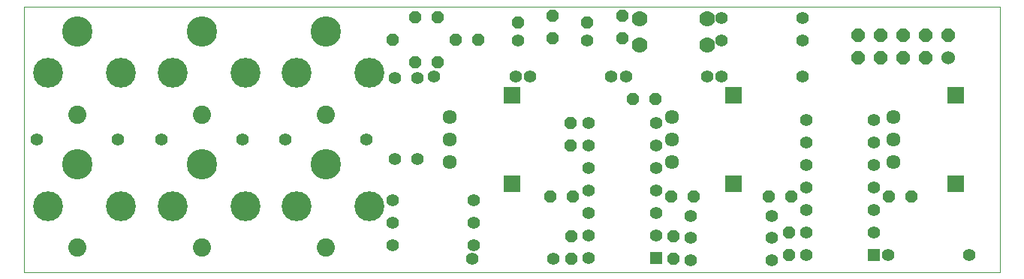
<source format=gts>
G75*
G70*
%OFA0B0*%
%FSLAX24Y24*%
%IPPOS*%
%LPD*%
%AMOC8*
5,1,8,0,0,1.08239X$1,22.5*
%
%ADD10C,0.0000*%
%ADD11OC8,0.0560*%
%ADD12C,0.0560*%
%ADD13C,0.0700*%
%ADD14C,0.0600*%
%ADD15OC8,0.0600*%
%ADD16C,0.1346*%
%ADD17C,0.1326*%
%ADD18C,0.0808*%
%ADD19R,0.0560X0.0560*%
%ADD20R,0.0749X0.0749*%
%ADD21C,0.0634*%
D10*
X000190Y000492D02*
X000190Y012303D01*
X043497Y012303D01*
X043497Y000492D01*
X000190Y000492D01*
D11*
X023548Y003878D03*
X024548Y003878D03*
X028903Y003878D03*
X029903Y003878D03*
X033233Y003878D03*
X034233Y003878D03*
X038588Y003878D03*
X039588Y003878D03*
X034127Y002252D03*
X034127Y001252D03*
X029009Y001094D03*
X029009Y002094D03*
X024481Y002094D03*
X024481Y001094D03*
X024442Y006134D03*
X024442Y007134D03*
X027210Y008208D03*
X028210Y008208D03*
X020336Y010846D03*
X019336Y010846D03*
X022119Y011601D03*
X023655Y011897D03*
X025190Y011601D03*
X026725Y011897D03*
X026725Y010897D03*
X023655Y010897D03*
X018552Y011846D03*
X017552Y011846D03*
X016552Y010846D03*
X017552Y009846D03*
X018552Y009846D03*
D12*
X018387Y009193D03*
X017631Y009145D03*
X016647Y009145D03*
X021993Y009193D03*
X022639Y009193D03*
X026245Y009193D03*
X026891Y009193D03*
X030497Y009193D03*
X031143Y009193D03*
X034749Y009193D03*
X034749Y010807D03*
X034749Y011791D03*
X031143Y011791D03*
X031143Y010807D03*
X025190Y010801D03*
X022119Y010801D03*
X025225Y007114D03*
X025225Y006114D03*
X025225Y005114D03*
X025225Y004114D03*
X025225Y003114D03*
X028225Y003114D03*
X029765Y003012D03*
X029765Y002027D03*
X028225Y002114D03*
X029765Y001043D03*
X033371Y001043D03*
X034910Y001271D03*
X033371Y002027D03*
X034910Y002271D03*
X033371Y003012D03*
X034910Y003271D03*
X034910Y004271D03*
X034910Y005271D03*
X034910Y006271D03*
X034910Y007271D03*
X037910Y007271D03*
X037910Y006271D03*
X037910Y005271D03*
X037910Y004271D03*
X037910Y003271D03*
X037910Y002271D03*
X038544Y001279D03*
X042151Y001279D03*
X028225Y004114D03*
X028225Y005114D03*
X028225Y006114D03*
X028225Y007114D03*
X020143Y003681D03*
X020143Y002697D03*
X020143Y001712D03*
X020080Y001083D03*
X016536Y001712D03*
X016536Y002697D03*
X016536Y003681D03*
X016647Y005539D03*
X017631Y005539D03*
X015379Y006397D03*
X011773Y006397D03*
X009867Y006397D03*
X006261Y006397D03*
X004355Y006397D03*
X000749Y006397D03*
X023686Y001083D03*
X025225Y001114D03*
X025225Y002114D03*
D13*
X027509Y010610D03*
X030509Y010610D03*
X030509Y011752D03*
X027509Y011752D03*
D14*
X041206Y010031D03*
D15*
X040206Y010031D03*
X039206Y010031D03*
X038206Y010031D03*
X037206Y010031D03*
X037206Y011031D03*
X038206Y011031D03*
X039206Y011031D03*
X040206Y011031D03*
X041206Y011031D03*
D16*
X013576Y011201D03*
X008064Y011201D03*
X002552Y011201D03*
X002552Y005295D03*
X008064Y005295D03*
X013576Y005295D03*
D17*
X012277Y003445D03*
X009993Y003445D03*
X006765Y003445D03*
X004481Y003445D03*
X001253Y003445D03*
X015505Y003445D03*
X015505Y009350D03*
X012277Y009350D03*
X009993Y009350D03*
X006765Y009350D03*
X004481Y009350D03*
X001253Y009350D03*
D18*
X002552Y007500D03*
X008064Y007500D03*
X013576Y007500D03*
X013576Y001594D03*
X008064Y001594D03*
X002552Y001594D03*
D19*
X028225Y001114D03*
X037910Y001271D03*
D20*
X041529Y004429D03*
X031686Y004429D03*
X021844Y004429D03*
X021844Y008366D03*
X031686Y008366D03*
X041529Y008366D03*
D21*
X038773Y007382D03*
X038773Y006397D03*
X038773Y005413D03*
X028930Y005413D03*
X028930Y006397D03*
X028930Y007382D03*
X019088Y007382D03*
X019088Y006397D03*
X019088Y005413D03*
M02*

</source>
